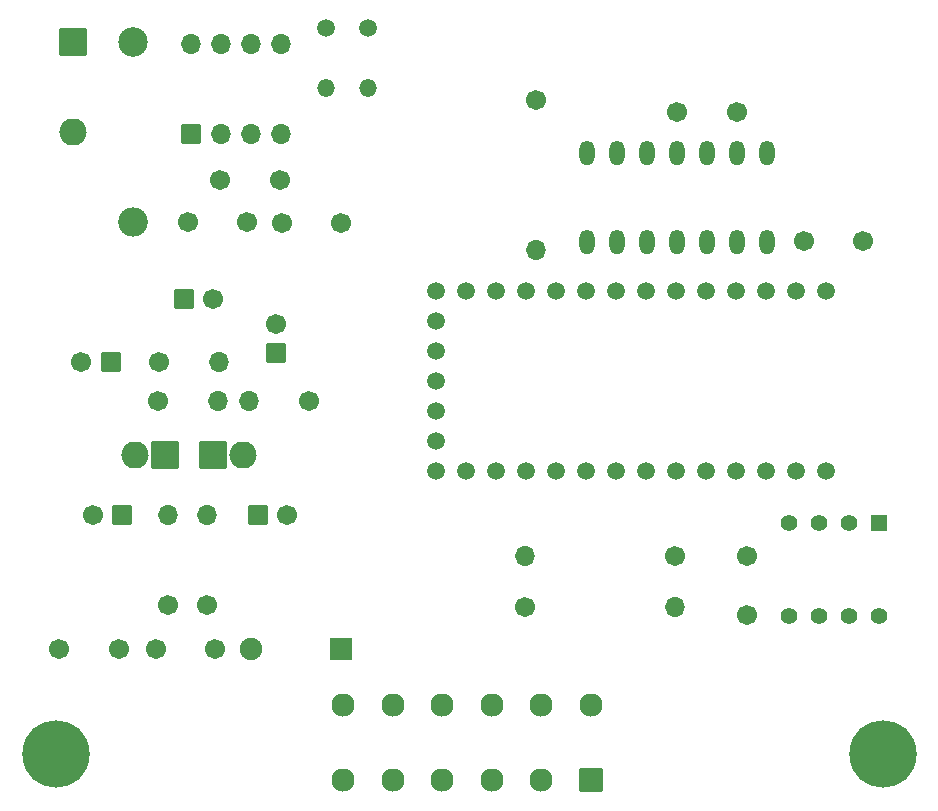
<source format=gbr>
%TF.GenerationSoftware,KiCad,Pcbnew,6.0.4-6f826c9f35~116~ubuntu20.04.1*%
%TF.CreationDate,2022-05-07T21:53:42-05:00*%
%TF.ProjectId,Circuit,43697263-7569-4742-9e6b-696361645f70,rev?*%
%TF.SameCoordinates,Original*%
%TF.FileFunction,Soldermask,Bot*%
%TF.FilePolarity,Negative*%
%FSLAX46Y46*%
G04 Gerber Fmt 4.6, Leading zero omitted, Abs format (unit mm)*
G04 Created by KiCad (PCBNEW 6.0.4-6f826c9f35~116~ubuntu20.04.1) date 2022-05-07 21:53:42*
%MOMM*%
%LPD*%
G01*
G04 APERTURE LIST*
G04 Aperture macros list*
%AMRoundRect*
0 Rectangle with rounded corners*
0 $1 Rounding radius*
0 $2 $3 $4 $5 $6 $7 $8 $9 X,Y pos of 4 corners*
0 Add a 4 corners polygon primitive as box body*
4,1,4,$2,$3,$4,$5,$6,$7,$8,$9,$2,$3,0*
0 Add four circle primitives for the rounded corners*
1,1,$1+$1,$2,$3*
1,1,$1+$1,$4,$5*
1,1,$1+$1,$6,$7*
1,1,$1+$1,$8,$9*
0 Add four rect primitives between the rounded corners*
20,1,$1+$1,$2,$3,$4,$5,0*
20,1,$1+$1,$4,$5,$6,$7,0*
20,1,$1+$1,$6,$7,$8,$9,0*
20,1,$1+$1,$8,$9,$2,$3,0*%
G04 Aperture macros list end*
%ADD10RoundRect,0.050800X1.100000X1.100000X-1.100000X1.100000X-1.100000X-1.100000X1.100000X-1.100000X0*%
%ADD11O,2.301600X2.301600*%
%ADD12C,1.701600*%
%ADD13O,1.701600X1.701600*%
%ADD14RoundRect,0.050800X0.800000X0.800000X-0.800000X0.800000X-0.800000X-0.800000X0.800000X-0.800000X0*%
%ADD15RoundRect,0.050800X-0.800000X-0.800000X0.800000X-0.800000X0.800000X0.800000X-0.800000X0.800000X0*%
%ADD16RoundRect,0.050800X-0.930000X-0.930000X0.930000X-0.930000X0.930000X0.930000X-0.930000X0.930000X0*%
%ADD17C,1.961600*%
%ADD18RoundRect,0.050800X-0.654000X0.654000X-0.654000X-0.654000X0.654000X-0.654000X0.654000X0.654000X0*%
%ADD19C,1.409600*%
%ADD20C,2.501600*%
%ADD21O,2.501600X2.501600*%
%ADD22C,1.501600*%
%ADD23O,1.501600X1.501600*%
%ADD24O,1.301600X2.101600*%
%ADD25RoundRect,0.050800X-1.100000X1.100000X-1.100000X-1.100000X1.100000X-1.100000X1.100000X1.100000X0*%
%ADD26RoundRect,0.050800X0.900000X0.900000X-0.900000X0.900000X-0.900000X-0.900000X0.900000X-0.900000X0*%
%ADD27O,1.901600X1.901600*%
%ADD28RoundRect,0.050800X-1.100000X-1.100000X1.100000X-1.100000X1.100000X1.100000X-1.100000X1.100000X0*%
%ADD29C,1.505600*%
%ADD30C,5.701600*%
%ADD31RoundRect,0.050800X0.800000X-0.800000X0.800000X0.800000X-0.800000X0.800000X-0.800000X-0.800000X0*%
G04 APERTURE END LIST*
D10*
%TO.C,D1*%
X65587975Y-104988515D03*
D11*
X63047975Y-104988515D03*
%TD*%
D12*
%TO.C,R7*%
X65079975Y-97114515D03*
D13*
X70159975Y-97114515D03*
%TD*%
D12*
%TO.C,C11*%
X67550000Y-85258000D03*
X72550000Y-85258000D03*
%TD*%
D14*
%TO.C,C13*%
X61991975Y-110068515D03*
D12*
X59491975Y-110068515D03*
%TD*%
D15*
%TO.C,C5*%
X67199595Y-91780515D03*
D12*
X69699595Y-91780515D03*
%TD*%
%TO.C,R3*%
X97028000Y-74930000D03*
D13*
X97028000Y-87630000D03*
%TD*%
D12*
%TO.C,R5*%
X77808975Y-100416515D03*
D13*
X72728975Y-100416515D03*
%TD*%
D16*
%TO.C,J1*%
X101661000Y-132495000D03*
D17*
X97471000Y-132495000D03*
X93281000Y-132495000D03*
X89091000Y-132495000D03*
X84901000Y-132495000D03*
X80711000Y-132495000D03*
X80711000Y-126145000D03*
X84901000Y-126145000D03*
X89091000Y-126145000D03*
X93281000Y-126145000D03*
X97471000Y-126145000D03*
X101661000Y-126145000D03*
%TD*%
D12*
%TO.C,C10*%
X75312000Y-81702000D03*
X70312000Y-81702000D03*
%TD*%
D18*
%TO.C,U1*%
X126092059Y-110694258D03*
D19*
X123552059Y-110694258D03*
X121012059Y-110694258D03*
X118472059Y-110694258D03*
X118472059Y-118564258D03*
X121012059Y-118564258D03*
X123552059Y-118564258D03*
X126092059Y-118564258D03*
%TD*%
D20*
%TO.C,L1*%
X62938000Y-70018000D03*
D21*
X62938000Y-85258000D03*
%TD*%
D12*
%TO.C,R10*%
X69143975Y-117688515D03*
D13*
X69143975Y-110068515D03*
%TD*%
D12*
%TO.C,C3*%
X109006000Y-75946000D03*
X114006000Y-75946000D03*
%TD*%
D22*
%TO.C,R9*%
X82844000Y-68834000D03*
D23*
X82844000Y-73914000D03*
%TD*%
D15*
%TO.C,C12*%
X73461975Y-110068515D03*
D12*
X75961975Y-110068515D03*
%TD*%
D24*
%TO.C,U2*%
X116586000Y-79423000D03*
X114046000Y-79423000D03*
X111506000Y-79423000D03*
X108966000Y-79423000D03*
X106426000Y-79423000D03*
X103886000Y-79423000D03*
X101346000Y-79423000D03*
X101346000Y-86943000D03*
X103886000Y-86943000D03*
X106426000Y-86943000D03*
X108966000Y-86943000D03*
X111506000Y-86943000D03*
X114046000Y-86943000D03*
X116586000Y-86943000D03*
%TD*%
D25*
%TO.C,D4*%
X57858000Y-70018000D03*
D11*
X57858000Y-77638000D03*
%TD*%
D12*
%TO.C,C9*%
X69850000Y-121412000D03*
X64850000Y-121412000D03*
%TD*%
%TO.C,C8*%
X61682000Y-121412000D03*
X56682000Y-121412000D03*
%TD*%
D26*
%TO.C,D3*%
X80518000Y-121412000D03*
D27*
X72898000Y-121412000D03*
%TD*%
D28*
%TO.C,D2*%
X69651975Y-104988515D03*
D11*
X72191975Y-104988515D03*
%TD*%
D22*
%TO.C,R8*%
X79288000Y-68834000D03*
D23*
X79288000Y-73914000D03*
%TD*%
D12*
%TO.C,R6*%
X65050975Y-100416515D03*
D13*
X70130975Y-100416515D03*
%TD*%
D12*
%TO.C,R2*%
X65841975Y-117688515D03*
D13*
X65841975Y-110068515D03*
%TD*%
D12*
%TO.C,C2*%
X114916059Y-113488258D03*
X114916059Y-118488258D03*
%TD*%
D29*
%TO.C,U4*%
X121539000Y-91057000D03*
X118999000Y-91057000D03*
X116459000Y-91057000D03*
X113919000Y-91057000D03*
X111379000Y-91057000D03*
X108839000Y-91057000D03*
X106299000Y-91057000D03*
X103759000Y-91057000D03*
X101219000Y-91057000D03*
X98679000Y-91057000D03*
X96139000Y-91057000D03*
X93599000Y-91057000D03*
X91059000Y-91057000D03*
X88519000Y-91057000D03*
X88519000Y-93597000D03*
X88519000Y-96137000D03*
X88519000Y-98677000D03*
X88519000Y-101217000D03*
X88519000Y-103757000D03*
X88519000Y-106297000D03*
X91059000Y-106297000D03*
X93599000Y-106297000D03*
X96139000Y-106297000D03*
X98679000Y-106297000D03*
X101219000Y-106297000D03*
X103759000Y-106297000D03*
X106299000Y-106297000D03*
X108839000Y-106297000D03*
X111379000Y-106297000D03*
X113919000Y-106297000D03*
X116459000Y-106297000D03*
X118999000Y-106297000D03*
X121539000Y-106297000D03*
%TD*%
D30*
%TO.C,H2*%
X56388000Y-130302000D03*
%TD*%
D12*
%TO.C,C4*%
X119714000Y-86868000D03*
X124714000Y-86868000D03*
%TD*%
D14*
%TO.C,C6*%
X61015975Y-97114515D03*
D12*
X58515975Y-97114515D03*
%TD*%
%TO.C,C1*%
X80518000Y-85344000D03*
X75518000Y-85344000D03*
%TD*%
%TO.C,R4*%
X96120059Y-117806258D03*
D13*
X108820059Y-117806258D03*
%TD*%
D31*
%TO.C,C7*%
X74985975Y-96352515D03*
D12*
X74985975Y-93852515D03*
%TD*%
D30*
%TO.C,H1*%
X126365000Y-130302000D03*
%TD*%
D31*
%TO.C,U3*%
X67812000Y-77772000D03*
D13*
X70352000Y-77772000D03*
X72892000Y-77772000D03*
X75432000Y-77772000D03*
X75432000Y-70152000D03*
X72892000Y-70152000D03*
X70352000Y-70152000D03*
X67812000Y-70152000D03*
%TD*%
D12*
%TO.C,R1*%
X108820059Y-113488258D03*
D13*
X96120059Y-113488258D03*
%TD*%
M02*

</source>
